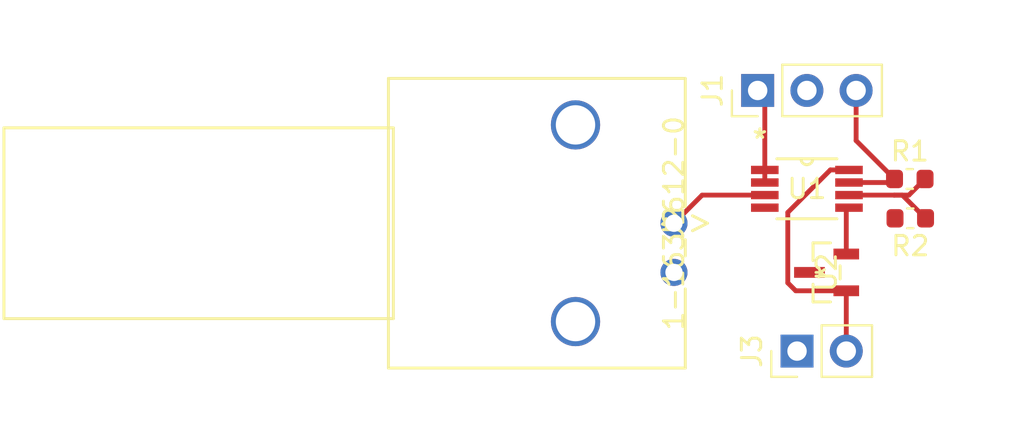
<source format=kicad_pcb>
(kicad_pcb (version 20171130) (host pcbnew "(5.1.4)-1")

  (general
    (thickness 1.6)
    (drawings 0)
    (tracks 22)
    (zones 0)
    (modules 7)
    (nets 8)
  )

  (page A4)
  (layers
    (0 F.Cu signal)
    (31 B.Cu signal)
    (32 B.Adhes user)
    (33 F.Adhes user)
    (34 B.Paste user)
    (35 F.Paste user)
    (36 B.SilkS user)
    (37 F.SilkS user)
    (38 B.Mask user)
    (39 F.Mask user)
    (40 Dwgs.User user hide)
    (41 Cmts.User user)
    (42 Eco1.User user)
    (43 Eco2.User user)
    (44 Edge.Cuts user)
    (45 Margin user)
    (46 B.CrtYd user)
    (47 F.CrtYd user)
    (48 B.Fab user)
    (49 F.Fab user)
  )

  (setup
    (last_trace_width 0.25)
    (trace_clearance 0.2)
    (zone_clearance 0.508)
    (zone_45_only no)
    (trace_min 0.2)
    (via_size 0.8)
    (via_drill 0.4)
    (via_min_size 0.4)
    (via_min_drill 0.3)
    (uvia_size 0.3)
    (uvia_drill 0.1)
    (uvias_allowed no)
    (uvia_min_size 0.2)
    (uvia_min_drill 0.1)
    (edge_width 0.05)
    (segment_width 0.2)
    (pcb_text_width 0.3)
    (pcb_text_size 1.5 1.5)
    (mod_edge_width 0.12)
    (mod_text_size 1 1)
    (mod_text_width 0.15)
    (pad_size 1.524 1.524)
    (pad_drill 0.762)
    (pad_to_mask_clearance 0.051)
    (solder_mask_min_width 0.25)
    (aux_axis_origin 0 0)
    (visible_elements FFFFFF7F)
    (pcbplotparams
      (layerselection 0x010fc_ffffffff)
      (usegerberextensions false)
      (usegerberattributes false)
      (usegerberadvancedattributes false)
      (creategerberjobfile false)
      (excludeedgelayer true)
      (linewidth 0.100000)
      (plotframeref false)
      (viasonmask false)
      (mode 1)
      (useauxorigin false)
      (hpglpennumber 1)
      (hpglpenspeed 20)
      (hpglpendiameter 15.000000)
      (psnegative false)
      (psa4output false)
      (plotreference true)
      (plotvalue true)
      (plotinvisibletext false)
      (padsonsilk false)
      (subtractmaskfromsilk false)
      (outputformat 1)
      (mirror false)
      (drillshape 1)
      (scaleselection 1)
      (outputdirectory ""))
  )

  (net 0 "")
  (net 1 OUTB)
  (net 2 GND)
  (net 3 OUTA)
  (net 4 Vin)
  (net 5 +5V)
  (net 6 "Net-(R1-Pad2)")
  (net 7 Vcm)

  (net_class Default "This is the default net class."
    (clearance 0.2)
    (trace_width 0.25)
    (via_dia 0.8)
    (via_drill 0.4)
    (uvia_dia 0.3)
    (uvia_drill 0.1)
    (add_net +5V)
    (add_net GND)
    (add_net "Net-(R1-Pad2)")
    (add_net OUTA)
    (add_net OUTB)
    (add_net Vcm)
    (add_net Vin)
  )

  (module Resistor_SMD:R_0603_1608Metric (layer F.Cu) (tedit 5B301BBD) (tstamp 5E4C98D2)
    (at 167.894 139.954 180)
    (descr "Resistor SMD 0603 (1608 Metric), square (rectangular) end terminal, IPC_7351 nominal, (Body size source: http://www.tortai-tech.com/upload/download/2011102023233369053.pdf), generated with kicad-footprint-generator")
    (tags resistor)
    (path /5E4CC477)
    (attr smd)
    (fp_text reference R2 (at 0 -1.43) (layer F.SilkS)
      (effects (font (size 1 1) (thickness 0.15)))
    )
    (fp_text value Rg (at 0 1.43) (layer F.Fab)
      (effects (font (size 1 1) (thickness 0.15)))
    )
    (fp_text user %R (at 0 0) (layer F.Fab)
      (effects (font (size 0.4 0.4) (thickness 0.06)))
    )
    (fp_line (start 1.48 0.73) (end -1.48 0.73) (layer F.CrtYd) (width 0.05))
    (fp_line (start 1.48 -0.73) (end 1.48 0.73) (layer F.CrtYd) (width 0.05))
    (fp_line (start -1.48 -0.73) (end 1.48 -0.73) (layer F.CrtYd) (width 0.05))
    (fp_line (start -1.48 0.73) (end -1.48 -0.73) (layer F.CrtYd) (width 0.05))
    (fp_line (start -0.162779 0.51) (end 0.162779 0.51) (layer F.SilkS) (width 0.12))
    (fp_line (start -0.162779 -0.51) (end 0.162779 -0.51) (layer F.SilkS) (width 0.12))
    (fp_line (start 0.8 0.4) (end -0.8 0.4) (layer F.Fab) (width 0.1))
    (fp_line (start 0.8 -0.4) (end 0.8 0.4) (layer F.Fab) (width 0.1))
    (fp_line (start -0.8 -0.4) (end 0.8 -0.4) (layer F.Fab) (width 0.1))
    (fp_line (start -0.8 0.4) (end -0.8 -0.4) (layer F.Fab) (width 0.1))
    (pad 2 smd roundrect (at 0.7875 0 180) (size 0.875 0.95) (layers F.Cu F.Paste F.Mask) (roundrect_rratio 0.25)
      (net 3 OUTA))
    (pad 1 smd roundrect (at -0.7875 0 180) (size 0.875 0.95) (layers F.Cu F.Paste F.Mask) (roundrect_rratio 0.25)
      (net 6 "Net-(R1-Pad2)"))
    (model ${KISYS3DMOD}/Resistor_SMD.3dshapes/R_0603_1608Metric.wrl
      (at (xyz 0 0 0))
      (scale (xyz 1 1 1))
      (rotate (xyz 0 0 0))
    )
  )

  (module Resistor_SMD:R_0603_1608Metric (layer F.Cu) (tedit 5B301BBD) (tstamp 5E4C98C1)
    (at 167.8685 137.922)
    (descr "Resistor SMD 0603 (1608 Metric), square (rectangular) end terminal, IPC_7351 nominal, (Body size source: http://www.tortai-tech.com/upload/download/2011102023233369053.pdf), generated with kicad-footprint-generator")
    (tags resistor)
    (path /5E4C89A5)
    (attr smd)
    (fp_text reference R1 (at 0 -1.43) (layer F.SilkS)
      (effects (font (size 1 1) (thickness 0.15)))
    )
    (fp_text value Rf (at 0 1.43) (layer F.Fab)
      (effects (font (size 1 1) (thickness 0.15)))
    )
    (fp_text user %R (at 0 0) (layer F.Fab)
      (effects (font (size 0.4 0.4) (thickness 0.06)))
    )
    (fp_line (start 1.48 0.73) (end -1.48 0.73) (layer F.CrtYd) (width 0.05))
    (fp_line (start 1.48 -0.73) (end 1.48 0.73) (layer F.CrtYd) (width 0.05))
    (fp_line (start -1.48 -0.73) (end 1.48 -0.73) (layer F.CrtYd) (width 0.05))
    (fp_line (start -1.48 0.73) (end -1.48 -0.73) (layer F.CrtYd) (width 0.05))
    (fp_line (start -0.162779 0.51) (end 0.162779 0.51) (layer F.SilkS) (width 0.12))
    (fp_line (start -0.162779 -0.51) (end 0.162779 -0.51) (layer F.SilkS) (width 0.12))
    (fp_line (start 0.8 0.4) (end -0.8 0.4) (layer F.Fab) (width 0.1))
    (fp_line (start 0.8 -0.4) (end 0.8 0.4) (layer F.Fab) (width 0.1))
    (fp_line (start -0.8 -0.4) (end 0.8 -0.4) (layer F.Fab) (width 0.1))
    (fp_line (start -0.8 0.4) (end -0.8 -0.4) (layer F.Fab) (width 0.1))
    (pad 2 smd roundrect (at 0.7875 0) (size 0.875 0.95) (layers F.Cu F.Paste F.Mask) (roundrect_rratio 0.25)
      (net 6 "Net-(R1-Pad2)"))
    (pad 1 smd roundrect (at -0.7875 0) (size 0.875 0.95) (layers F.Cu F.Paste F.Mask) (roundrect_rratio 0.25)
      (net 1 OUTB))
    (model ${KISYS3DMOD}/Resistor_SMD.3dshapes/R_0603_1608Metric.wrl
      (at (xyz 0 0 0))
      (scale (xyz 1 1 1))
      (rotate (xyz 0 0 0))
    )
  )

  (module footprints:REF3025AIDBZR (layer F.Cu) (tedit 0) (tstamp 5E4C9B7B)
    (at 163.576 142.748 90)
    (path /5E4D0352)
    (fp_text reference U2 (at 0 0 90) (layer F.SilkS)
      (effects (font (size 1 1) (thickness 0.15)))
    )
    (fp_text value " " (at 0 0 90) (layer F.SilkS)
      (effects (font (size 1 1) (thickness 0.15)))
    )
    (fp_line (start 1.778 1.9304) (end -1.778 1.9304) (layer F.CrtYd) (width 0.1524))
    (fp_line (start 1.778 -1.9304) (end 1.778 1.9304) (layer F.CrtYd) (width 0.1524))
    (fp_line (start -1.778 -1.9304) (end 1.778 -1.9304) (layer F.CrtYd) (width 0.1524))
    (fp_line (start -1.778 1.9304) (end -1.778 -1.9304) (layer F.CrtYd) (width 0.1524))
    (fp_line (start -0.61214 -0.6985) (end -1.524 -0.6985) (layer F.SilkS) (width 0.1524))
    (fp_line (start -1.524 -0.6985) (end -1.524 0.6985) (layer F.Fab) (width 0.1524))
    (fp_line (start 1.524 -0.6985) (end -1.524 -0.6985) (layer F.Fab) (width 0.1524))
    (fp_line (start 1.524 0.6985) (end 1.524 -0.6985) (layer F.Fab) (width 0.1524))
    (fp_line (start -1.524 0.6985) (end 1.524 0.6985) (layer F.Fab) (width 0.1524))
    (fp_line (start -1.524 -0.6985) (end -1.524 0.200916) (layer F.SilkS) (width 0.1524))
    (fp_line (start 1.524 -0.6985) (end 0.61214 -0.6985) (layer F.SilkS) (width 0.1524))
    (fp_line (start 1.524 0.200916) (end 1.524 -0.6985) (layer F.SilkS) (width 0.1524))
    (fp_line (start -0.337861 0.6985) (end 0.337861 0.6985) (layer F.SilkS) (width 0.1524))
    (fp_line (start -0.254 -1.3208) (end -0.254 -0.6985) (layer F.Fab) (width 0.1524))
    (fp_line (start 0.254 -1.3208) (end -0.254 -1.3208) (layer F.Fab) (width 0.1524))
    (fp_line (start 0.254 -0.6985) (end 0.254 -1.3208) (layer F.Fab) (width 0.1524))
    (fp_line (start -0.254 -0.6985) (end 0.254 -0.6985) (layer F.Fab) (width 0.1524))
    (fp_line (start 1.204 1.3208) (end 1.204 0.6985) (layer F.Fab) (width 0.1524))
    (fp_line (start 0.696 1.3208) (end 1.204 1.3208) (layer F.Fab) (width 0.1524))
    (fp_line (start 0.696 0.6985) (end 0.696 1.3208) (layer F.Fab) (width 0.1524))
    (fp_line (start 1.204 0.6985) (end 0.696 0.6985) (layer F.Fab) (width 0.1524))
    (fp_line (start -0.696 1.3208) (end -0.696 0.6985) (layer F.Fab) (width 0.1524))
    (fp_line (start -1.204 1.3208) (end -0.696 1.3208) (layer F.Fab) (width 0.1524))
    (fp_line (start -1.204 0.6985) (end -1.204 1.3208) (layer F.Fab) (width 0.1524))
    (fp_line (start -0.696 0.6985) (end -1.204 0.6985) (layer F.Fab) (width 0.1524))
    (fp_text user * (at 0 0 90) (layer F.Fab)
      (effects (font (size 1 1) (thickness 0.15)))
    )
    (fp_text user * (at 0 0 90) (layer F.SilkS)
      (effects (font (size 1 1) (thickness 0.15)))
    )
    (fp_text user "Copyright 2016 Accelerated Designs. All rights reserved." (at 0 0 90) (layer Cmts.User)
      (effects (font (size 0.127 0.127) (thickness 0.002)))
    )
    (pad 3 smd rect (at 0 -0.88265 90) (size 0.5588 1.5875) (layers F.Cu F.Paste F.Mask)
      (net 2 GND))
    (pad 2 smd rect (at 0.950001 1.016 90) (size 0.5588 1.3208) (layers F.Cu F.Paste F.Mask)
      (net 7 Vcm))
    (pad 1 smd rect (at -0.950001 1.016 90) (size 0.5588 1.3208) (layers F.Cu F.Paste F.Mask)
      (net 5 +5V))
  )

  (module footprints:OPA2320AIDGKR (layer F.Cu) (tedit 0) (tstamp 5E4C943F)
    (at 162.56 138.43)
    (path /5E4C3C12)
    (fp_text reference U1 (at 0 0) (layer F.SilkS)
      (effects (font (size 1 1) (thickness 0.15)))
    )
    (fp_text value " " (at 0 0) (layer F.SilkS)
      (effects (font (size 1 1) (thickness 0.15)))
    )
    (fp_arc (start 0 -1.5494) (end 0.3048 -1.5494) (angle 180) (layer F.Fab) (width 0.1524))
    (fp_arc (start 0 -1.5494) (end 0.3048 -1.5494) (angle 180) (layer F.SilkS) (width 0.1524))
    (fp_line (start 3.1369 1.8034) (end -3.1369 1.8034) (layer F.CrtYd) (width 0.1524))
    (fp_line (start 3.1369 -1.8034) (end 3.1369 1.8034) (layer F.CrtYd) (width 0.1524))
    (fp_line (start -3.1369 -1.8034) (end 3.1369 -1.8034) (layer F.CrtYd) (width 0.1524))
    (fp_line (start -3.1369 1.8034) (end -3.1369 -1.8034) (layer F.CrtYd) (width 0.1524))
    (fp_line (start -1.5494 -1.5494) (end -1.5494 1.5494) (layer F.Fab) (width 0.1524))
    (fp_line (start 1.5494 -1.5494) (end -1.5494 -1.5494) (layer F.Fab) (width 0.1524))
    (fp_line (start 1.5494 1.5494) (end 1.5494 -1.5494) (layer F.Fab) (width 0.1524))
    (fp_line (start -1.5494 1.5494) (end 1.5494 1.5494) (layer F.Fab) (width 0.1524))
    (fp_line (start 1.5494 -1.5494) (end -1.5494 -1.5494) (layer F.SilkS) (width 0.1524))
    (fp_line (start -1.5494 1.5494) (end 1.5494 1.5494) (layer F.SilkS) (width 0.1524))
    (fp_line (start 2.5273 -1.1655) (end 1.5494 -1.1655) (layer F.Fab) (width 0.1524))
    (fp_line (start 2.5273 -0.7845) (end 2.5273 -1.1655) (layer F.Fab) (width 0.1524))
    (fp_line (start 1.5494 -0.7845) (end 2.5273 -0.7845) (layer F.Fab) (width 0.1524))
    (fp_line (start 1.5494 -1.1655) (end 1.5494 -0.7845) (layer F.Fab) (width 0.1524))
    (fp_line (start 2.5273 -0.5155) (end 1.5494 -0.5155) (layer F.Fab) (width 0.1524))
    (fp_line (start 2.5273 -0.1345) (end 2.5273 -0.5155) (layer F.Fab) (width 0.1524))
    (fp_line (start 1.5494 -0.1345) (end 2.5273 -0.1345) (layer F.Fab) (width 0.1524))
    (fp_line (start 1.5494 -0.5155) (end 1.5494 -0.1345) (layer F.Fab) (width 0.1524))
    (fp_line (start 2.5273 0.1345) (end 1.5494 0.1345) (layer F.Fab) (width 0.1524))
    (fp_line (start 2.5273 0.5155) (end 2.5273 0.1345) (layer F.Fab) (width 0.1524))
    (fp_line (start 1.5494 0.5155) (end 2.5273 0.5155) (layer F.Fab) (width 0.1524))
    (fp_line (start 1.5494 0.1345) (end 1.5494 0.5155) (layer F.Fab) (width 0.1524))
    (fp_line (start 2.5273 0.7845) (end 1.5494 0.7845) (layer F.Fab) (width 0.1524))
    (fp_line (start 2.5273 1.1655) (end 2.5273 0.7845) (layer F.Fab) (width 0.1524))
    (fp_line (start 1.5494 1.1655) (end 2.5273 1.1655) (layer F.Fab) (width 0.1524))
    (fp_line (start 1.5494 0.7845) (end 1.5494 1.1655) (layer F.Fab) (width 0.1524))
    (fp_line (start -2.5273 1.1655) (end -1.5494 1.1655) (layer F.Fab) (width 0.1524))
    (fp_line (start -2.5273 0.7845) (end -2.5273 1.1655) (layer F.Fab) (width 0.1524))
    (fp_line (start -1.5494 0.7845) (end -2.5273 0.7845) (layer F.Fab) (width 0.1524))
    (fp_line (start -1.5494 1.1655) (end -1.5494 0.7845) (layer F.Fab) (width 0.1524))
    (fp_line (start -2.5273 0.5155) (end -1.5494 0.5155) (layer F.Fab) (width 0.1524))
    (fp_line (start -2.5273 0.1345) (end -2.5273 0.5155) (layer F.Fab) (width 0.1524))
    (fp_line (start -1.5494 0.1345) (end -2.5273 0.1345) (layer F.Fab) (width 0.1524))
    (fp_line (start -1.5494 0.5155) (end -1.5494 0.1345) (layer F.Fab) (width 0.1524))
    (fp_line (start -2.5273 -0.1345) (end -1.5494 -0.1345) (layer F.Fab) (width 0.1524))
    (fp_line (start -2.5273 -0.5155) (end -2.5273 -0.1345) (layer F.Fab) (width 0.1524))
    (fp_line (start -1.5494 -0.5155) (end -2.5273 -0.5155) (layer F.Fab) (width 0.1524))
    (fp_line (start -1.5494 -0.1345) (end -1.5494 -0.5155) (layer F.Fab) (width 0.1524))
    (fp_line (start -2.5273 -0.7845) (end -1.5494 -0.7845) (layer F.Fab) (width 0.1524))
    (fp_line (start -2.5273 -1.1655) (end -2.5273 -0.7845) (layer F.Fab) (width 0.1524))
    (fp_line (start -1.5494 -1.1655) (end -2.5273 -1.1655) (layer F.Fab) (width 0.1524))
    (fp_line (start -1.5494 -0.7845) (end -1.5494 -1.1655) (layer F.Fab) (width 0.1524))
    (fp_text user * (at -2.4257 -2.5498) (layer F.SilkS)
      (effects (font (size 1 1) (thickness 0.15)))
    )
    (fp_text user * (at -2.4257 -2.5498) (layer F.Fab)
      (effects (font (size 1 1) (thickness 0.15)))
    )
    (fp_text user .056in/1.422mm (at -2.1717 3.9624) (layer Dwgs.User)
      (effects (font (size 1 1) (thickness 0.15)))
    )
    (fp_text user .171in/4.343mm (at 0 -3.9624) (layer Dwgs.User)
      (effects (font (size 1 1) (thickness 0.15)))
    )
    (fp_text user .017in/.432mm (at 5.2197 -0.975) (layer Dwgs.User)
      (effects (font (size 1 1) (thickness 0.15)))
    )
    (fp_text user 2.559055E-02in/.65mm (at -5.2197 -0.65) (layer Dwgs.User)
      (effects (font (size 1 1) (thickness 0.15)))
    )
    (fp_text user * (at -2.4257 -2.5498) (layer F.Fab)
      (effects (font (size 1 1) (thickness 0.15)))
    )
    (fp_text user * (at -2.4257 -2.5498) (layer F.SilkS)
      (effects (font (size 1 1) (thickness 0.15)))
    )
    (fp_text user "Copyright 2016 Accelerated Designs. All rights reserved." (at 0 0) (layer Cmts.User)
      (effects (font (size 0.127 0.127) (thickness 0.002)))
    )
    (pad 8 smd rect (at 2.1717 -0.974999) (size 1.4224 0.4318) (layers F.Cu F.Paste F.Mask)
      (net 5 +5V))
    (pad 7 smd rect (at 2.1717 -0.325001) (size 1.4224 0.4318) (layers F.Cu F.Paste F.Mask)
      (net 1 OUTB))
    (pad 6 smd rect (at 2.1717 0.325001) (size 1.4224 0.4318) (layers F.Cu F.Paste F.Mask)
      (net 6 "Net-(R1-Pad2)"))
    (pad 5 smd rect (at 2.1717 0.974999) (size 1.4224 0.4318) (layers F.Cu F.Paste F.Mask)
      (net 7 Vcm))
    (pad 4 smd rect (at -2.1717 0.974999) (size 1.4224 0.4318) (layers F.Cu F.Paste F.Mask)
      (net 2 GND))
    (pad 3 smd rect (at -2.1717 0.325001) (size 1.4224 0.4318) (layers F.Cu F.Paste F.Mask)
      (net 4 Vin))
    (pad 2 smd rect (at -2.1717 -0.325001) (size 1.4224 0.4318) (layers F.Cu F.Paste F.Mask)
      (net 3 OUTA))
    (pad 1 smd rect (at -2.1717 -0.974999) (size 1.4224 0.4318) (layers F.Cu F.Paste F.Mask)
      (net 3 OUTA))
  )

  (module Connector_PinHeader_2.54mm:PinHeader_1x02_P2.54mm_Vertical (layer F.Cu) (tedit 59FED5CC) (tstamp 5E4C9D69)
    (at 162.052 146.812 90)
    (descr "Through hole straight pin header, 1x02, 2.54mm pitch, single row")
    (tags "Through hole pin header THT 1x02 2.54mm single row")
    (path /5E4D2AC6)
    (fp_text reference J3 (at 0 -2.33 90) (layer F.SilkS)
      (effects (font (size 1 1) (thickness 0.15)))
    )
    (fp_text value Conn_01x02 (at 0 4.87 90) (layer F.Fab)
      (effects (font (size 1 1) (thickness 0.15)))
    )
    (fp_text user %R (at 0 1.27) (layer F.Fab)
      (effects (font (size 1 1) (thickness 0.15)))
    )
    (fp_line (start 1.8 -1.8) (end -1.8 -1.8) (layer F.CrtYd) (width 0.05))
    (fp_line (start 1.8 4.35) (end 1.8 -1.8) (layer F.CrtYd) (width 0.05))
    (fp_line (start -1.8 4.35) (end 1.8 4.35) (layer F.CrtYd) (width 0.05))
    (fp_line (start -1.8 -1.8) (end -1.8 4.35) (layer F.CrtYd) (width 0.05))
    (fp_line (start -1.33 -1.33) (end 0 -1.33) (layer F.SilkS) (width 0.12))
    (fp_line (start -1.33 0) (end -1.33 -1.33) (layer F.SilkS) (width 0.12))
    (fp_line (start -1.33 1.27) (end 1.33 1.27) (layer F.SilkS) (width 0.12))
    (fp_line (start 1.33 1.27) (end 1.33 3.87) (layer F.SilkS) (width 0.12))
    (fp_line (start -1.33 1.27) (end -1.33 3.87) (layer F.SilkS) (width 0.12))
    (fp_line (start -1.33 3.87) (end 1.33 3.87) (layer F.SilkS) (width 0.12))
    (fp_line (start -1.27 -0.635) (end -0.635 -1.27) (layer F.Fab) (width 0.1))
    (fp_line (start -1.27 3.81) (end -1.27 -0.635) (layer F.Fab) (width 0.1))
    (fp_line (start 1.27 3.81) (end -1.27 3.81) (layer F.Fab) (width 0.1))
    (fp_line (start 1.27 -1.27) (end 1.27 3.81) (layer F.Fab) (width 0.1))
    (fp_line (start -0.635 -1.27) (end 1.27 -1.27) (layer F.Fab) (width 0.1))
    (pad 2 thru_hole oval (at 0 2.54 90) (size 1.7 1.7) (drill 1) (layers *.Cu *.Mask)
      (net 5 +5V))
    (pad 1 thru_hole rect (at 0 0 90) (size 1.7 1.7) (drill 1) (layers *.Cu *.Mask)
      (net 2 GND))
    (model ${KISYS3DMOD}/Connector_PinHeader_2.54mm.3dshapes/PinHeader_1x02_P2.54mm_Vertical.wrl
      (at (xyz 0 0 0))
      (scale (xyz 1 1 1))
      (rotate (xyz 0 0 0))
    )
  )

  (module footprints:1-1634612-0 (layer F.Cu) (tedit 0) (tstamp 5E4C920F)
    (at 155.702 140.208 90)
    (path /5E4C4A6D)
    (fp_text reference J2 (at 0 0 90) (layer F.SilkS)
      (effects (font (size 1 1) (thickness 0.15)))
    )
    (fp_text value 1-1634612-0 (at 0 0 90) (layer F.SilkS)
      (effects (font (size 1 1) (thickness 0.15)))
    )
    (fp_line (start -7.6073 -34.6964) (end -7.6073 0.7112) (layer F.CrtYd) (width 0.1524))
    (fp_line (start 7.6073 -34.6964) (end -7.6073 -34.6964) (layer F.CrtYd) (width 0.1524))
    (fp_line (start 7.6073 0.7112) (end 7.6073 -34.6964) (layer F.CrtYd) (width 0.1524))
    (fp_line (start -7.6073 0.7112) (end 7.6073 0.7112) (layer F.CrtYd) (width 0.1524))
    (fp_line (start -1.690196 0.5842) (end -0.849804 0.5842) (layer F.SilkS) (width 0.1524))
    (fp_line (start 0.849804 0.5842) (end 7.4803 0.5842) (layer F.SilkS) (width 0.1524))
    (fp_line (start -7.3533 -14.605) (end -7.3533 0.4572) (layer F.Fab) (width 0.1524))
    (fp_line (start 7.3533 -14.605) (end -7.3533 -14.605) (layer F.Fab) (width 0.1524))
    (fp_line (start 7.3533 0.4572) (end 7.3533 -14.605) (layer F.Fab) (width 0.1524))
    (fp_line (start -7.3533 0.4572) (end 7.3533 0.4572) (layer F.Fab) (width 0.1524))
    (fp_line (start -7.4803 -14.732) (end -7.4803 0.5842) (layer F.SilkS) (width 0.1524))
    (fp_line (start 7.4803 -14.732) (end -7.4803 -14.732) (layer F.SilkS) (width 0.1524))
    (fp_line (start 7.4803 0.5842) (end 7.4803 -14.732) (layer F.SilkS) (width 0.1524))
    (fp_line (start -7.4803 0.5842) (end -3.389804 0.5842) (layer F.SilkS) (width 0.1524))
    (fp_line (start -4.8006 -34.4424) (end -4.8006 -14.605) (layer F.Fab) (width 0.1524))
    (fp_line (start 4.8006 -34.4424) (end -4.8006 -34.4424) (layer F.Fab) (width 0.1524))
    (fp_line (start 4.8006 -14.605) (end 4.8006 -34.4424) (layer F.Fab) (width 0.1524))
    (fp_line (start -4.8006 -14.605) (end 4.8006 -14.605) (layer F.Fab) (width 0.1524))
    (fp_line (start -4.9276 -34.5694) (end -4.9276 -14.478) (layer F.SilkS) (width 0.1524))
    (fp_line (start 4.9276 -34.5694) (end -4.9276 -34.5694) (layer F.SilkS) (width 0.1524))
    (fp_line (start 4.9276 -14.478) (end 4.9276 -34.5694) (layer F.SilkS) (width 0.1524))
    (fp_line (start -4.9276 -14.478) (end 4.9276 -14.478) (layer F.SilkS) (width 0.1524))
    (fp_line (start -0.385327 0.956545) (end 0 1.7272) (layer F.SilkS) (width 0.1524))
    (fp_line (start 0.385327 0.956545) (end 0 1.7272) (layer F.SilkS) (width 0.1524))
    (fp_line (start -0.635 0.4572) (end 0 1.7272) (layer F.Fab) (width 0.1524))
    (fp_line (start 0.635 0.4572) (end 0 1.7272) (layer F.Fab) (width 0.1524))
    (fp_text user * (at 0 0 90) (layer F.Fab)
      (effects (font (size 1 1) (thickness 0.15)))
    )
    (fp_text user * (at 0 0 90) (layer F.SilkS)
      (effects (font (size 1 1) (thickness 0.15)))
    )
    (fp_text user "Copyright 2016 Accelerated Designs. All rights reserved." (at 0 0 90) (layer Cmts.User)
      (effects (font (size 0.127 0.127) (thickness 0.002)))
    )
    (pad 4 thru_hole circle (at 5.08 -5.08 90) (size 2.54 2.54) (drill 2.032) (layers *.Cu *.Mask)
      (net 2 GND))
    (pad 3 thru_hole circle (at -5.08 -5.08 90) (size 2.54 2.54) (drill 2.032) (layers *.Cu *.Mask)
      (net 2 GND))
    (pad 2 thru_hole circle (at -2.54 0 90) (size 1.397 1.397) (drill 0.889) (layers *.Cu *.Mask)
      (net 2 GND))
    (pad 1 thru_hole circle (at 0 0 90) (size 1.397 1.397) (drill 0.889) (layers *.Cu *.Mask)
      (net 4 Vin))
  )

  (module Connector_PinHeader_2.54mm:PinHeader_1x03_P2.54mm_Vertical (layer F.Cu) (tedit 59FED5CC) (tstamp 5E4C91EA)
    (at 160.02 133.35 90)
    (descr "Through hole straight pin header, 1x03, 2.54mm pitch, single row")
    (tags "Through hole pin header THT 1x03 2.54mm single row")
    (path /5E4CDFDD)
    (fp_text reference J1 (at 0 -2.33 90) (layer F.SilkS)
      (effects (font (size 1 1) (thickness 0.15)))
    )
    (fp_text value Conn_01x03 (at 0 7.41 90) (layer F.Fab)
      (effects (font (size 1 1) (thickness 0.15)))
    )
    (fp_text user %R (at 0 2.54) (layer F.Fab)
      (effects (font (size 1 1) (thickness 0.15)))
    )
    (fp_line (start 1.8 -1.8) (end -1.8 -1.8) (layer F.CrtYd) (width 0.05))
    (fp_line (start 1.8 6.85) (end 1.8 -1.8) (layer F.CrtYd) (width 0.05))
    (fp_line (start -1.8 6.85) (end 1.8 6.85) (layer F.CrtYd) (width 0.05))
    (fp_line (start -1.8 -1.8) (end -1.8 6.85) (layer F.CrtYd) (width 0.05))
    (fp_line (start -1.33 -1.33) (end 0 -1.33) (layer F.SilkS) (width 0.12))
    (fp_line (start -1.33 0) (end -1.33 -1.33) (layer F.SilkS) (width 0.12))
    (fp_line (start -1.33 1.27) (end 1.33 1.27) (layer F.SilkS) (width 0.12))
    (fp_line (start 1.33 1.27) (end 1.33 6.41) (layer F.SilkS) (width 0.12))
    (fp_line (start -1.33 1.27) (end -1.33 6.41) (layer F.SilkS) (width 0.12))
    (fp_line (start -1.33 6.41) (end 1.33 6.41) (layer F.SilkS) (width 0.12))
    (fp_line (start -1.27 -0.635) (end -0.635 -1.27) (layer F.Fab) (width 0.1))
    (fp_line (start -1.27 6.35) (end -1.27 -0.635) (layer F.Fab) (width 0.1))
    (fp_line (start 1.27 6.35) (end -1.27 6.35) (layer F.Fab) (width 0.1))
    (fp_line (start 1.27 -1.27) (end 1.27 6.35) (layer F.Fab) (width 0.1))
    (fp_line (start -0.635 -1.27) (end 1.27 -1.27) (layer F.Fab) (width 0.1))
    (pad 3 thru_hole oval (at 0 5.08 90) (size 1.7 1.7) (drill 1) (layers *.Cu *.Mask)
      (net 1 OUTB))
    (pad 2 thru_hole oval (at 0 2.54 90) (size 1.7 1.7) (drill 1) (layers *.Cu *.Mask)
      (net 2 GND))
    (pad 1 thru_hole rect (at 0 0 90) (size 1.7 1.7) (drill 1) (layers *.Cu *.Mask)
      (net 3 OUTA))
    (model ${KISYS3DMOD}/Connector_PinHeader_2.54mm.3dshapes/PinHeader_1x03_P2.54mm_Vertical.wrl
      (at (xyz 0 0 0))
      (scale (xyz 1 1 1))
      (rotate (xyz 0 0 0))
    )
  )

  (segment (start 166.898001 138.104999) (end 167.081 137.922) (width 0.25) (layer F.Cu) (net 1))
  (segment (start 164.7317 138.104999) (end 166.898001 138.104999) (width 0.25) (layer F.Cu) (net 1))
  (segment (start 165.1 135.941) (end 165.1 133.35) (width 0.25) (layer F.Cu) (net 1))
  (segment (start 167.081 137.922) (end 165.1 135.941) (width 0.25) (layer F.Cu) (net 1))
  (segment (start 160.3883 138.104999) (end 160.3883 137.455001) (width 0.25) (layer F.Cu) (net 3))
  (segment (start 160.3883 133.7183) (end 160.02 133.35) (width 0.25) (layer F.Cu) (net 3))
  (segment (start 160.3883 137.455001) (end 160.3883 133.7183) (width 0.25) (layer F.Cu) (net 3))
  (segment (start 157.154999 138.755001) (end 160.3883 138.755001) (width 0.25) (layer F.Cu) (net 4))
  (segment (start 155.702 140.208) (end 157.154999 138.755001) (width 0.25) (layer F.Cu) (net 4))
  (segment (start 164.592 143.698001) (end 164.592 146.812) (width 0.25) (layer F.Cu) (net 5))
  (segment (start 163.7705 137.455001) (end 164.7317 137.455001) (width 0.25) (layer F.Cu) (net 5) (status 1000000))
  (segment (start 161.574599 139.650902) (end 163.7705 137.455001) (width 0.25) (layer F.Cu) (net 5) (status 1000000))
  (segment (start 161.574599 143.287401) (end 161.574599 139.650902) (width 0.25) (layer F.Cu) (net 5) (status 1000000))
  (segment (start 164.592 143.698001) (end 161.985199 143.698001) (width 0.25) (layer F.Cu) (net 5) (status 1000000))
  (segment (start 161.985199 143.698001) (end 161.574599 143.287401) (width 0.25) (layer F.Cu) (net 5) (status 1000000))
  (segment (start 167.822999 138.755001) (end 168.656 137.922) (width 0.25) (layer F.Cu) (net 6))
  (segment (start 167.482501 138.755001) (end 167.060999 138.755001) (width 0.25) (layer F.Cu) (net 6))
  (segment (start 168.6815 139.954) (end 167.482501 138.755001) (width 0.25) (layer F.Cu) (net 6))
  (segment (start 164.7317 138.755001) (end 167.060999 138.755001) (width 0.25) (layer F.Cu) (net 6))
  (segment (start 167.060999 138.755001) (end 167.822999 138.755001) (width 0.25) (layer F.Cu) (net 6))
  (segment (start 164.592 139.544699) (end 164.7317 139.404999) (width 0.25) (layer F.Cu) (net 7))
  (segment (start 164.592 141.797999) (end 164.592 139.544699) (width 0.25) (layer F.Cu) (net 7))

)

</source>
